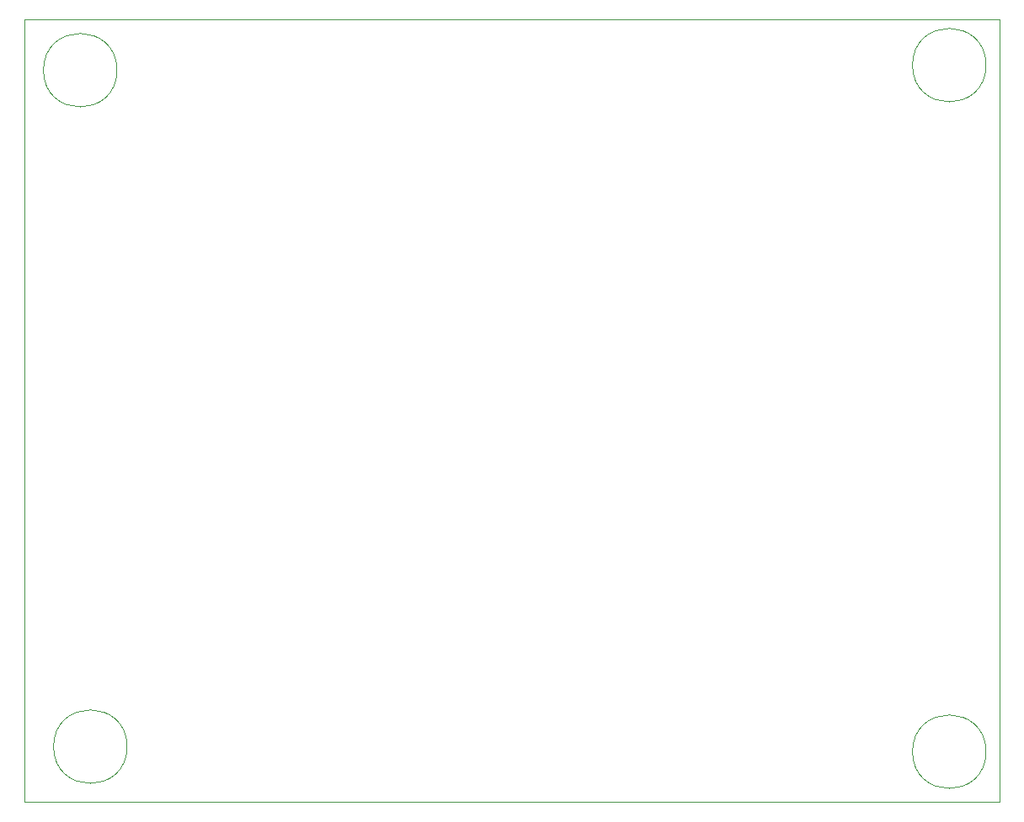
<source format=gm1>
%TF.GenerationSoftware,KiCad,Pcbnew,(5.1.10)-1*%
%TF.CreationDate,2021-08-05T18:33:57-07:00*%
%TF.ProjectId,SimpleCableTesterStatics,53696d70-6c65-4436-9162-6c6554657374,rev?*%
%TF.SameCoordinates,Original*%
%TF.FileFunction,Profile,NP*%
%FSLAX46Y46*%
G04 Gerber Fmt 4.6, Leading zero omitted, Abs format (unit mm)*
G04 Created by KiCad (PCBNEW (5.1.10)-1) date 2021-08-05 18:33:57*
%MOMM*%
%LPD*%
G01*
G04 APERTURE LIST*
%TA.AperFunction,Profile*%
%ADD10C,0.050000*%
%TD*%
G04 APERTURE END LIST*
D10*
X102616000Y-69596000D02*
X200660000Y-69596000D01*
X102616000Y-148336000D02*
X102616000Y-69596000D01*
X200660000Y-148336000D02*
X102616000Y-148336000D01*
X200660000Y-69596000D02*
X200660000Y-148336000D01*
X112918296Y-142748000D02*
G75*
G03*
X112918296Y-142748000I-3698296J0D01*
G01*
X111902296Y-74676000D02*
G75*
G03*
X111902296Y-74676000I-3698296J0D01*
G01*
X199278296Y-74168000D02*
G75*
G03*
X199278296Y-74168000I-3698296J0D01*
G01*
X199278296Y-143256000D02*
G75*
G03*
X199278296Y-143256000I-3698296J0D01*
G01*
M02*

</source>
